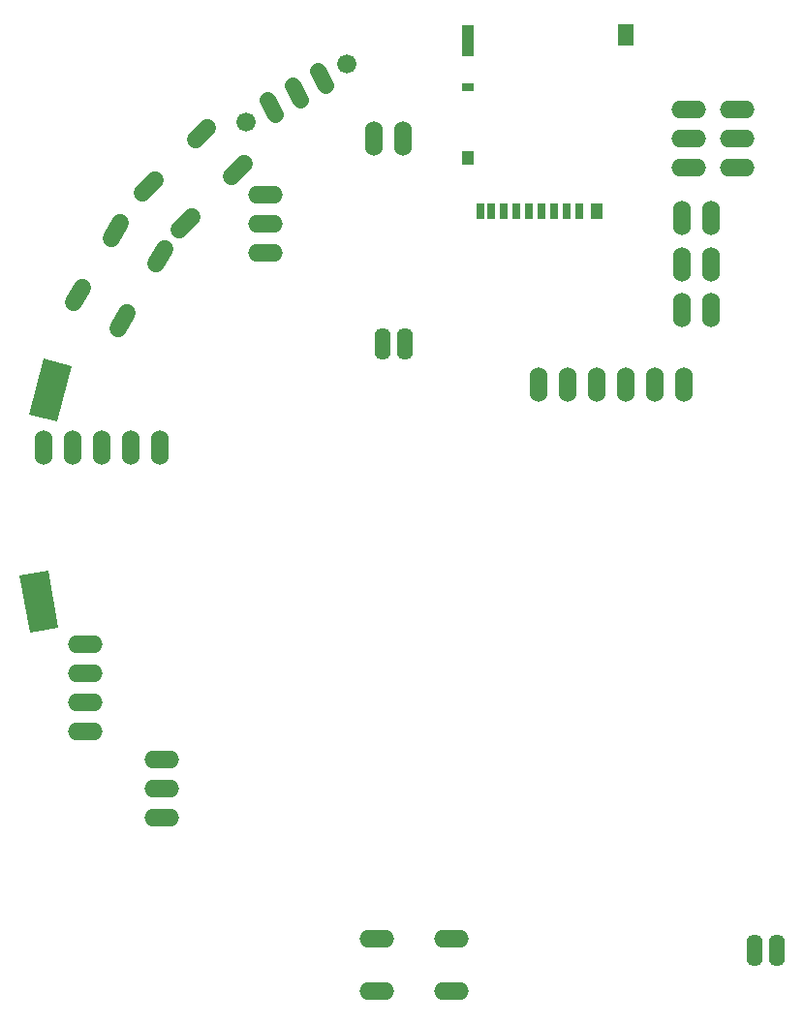
<source format=gbp>
G04 #@! TF.FileFunction,Paste,Bot*
%FSLAX46Y46*%
G04 Gerber Fmt 4.6, Leading zero omitted, Abs format (unit mm)*
G04 Created by KiCad (PCBNEW 4.0.1-stable) date 2017/06/17 11:06:07*
%MOMM*%
G01*
G04 APERTURE LIST*
%ADD10C,0.100000*%
%ADD11O,1.400000X2.800000*%
%ADD12C,1.422400*%
%ADD13C,1.676400*%
%ADD14O,1.524000X3.048000*%
%ADD15O,3.048000X1.524000*%
%ADD16C,1.524000*%
%ADD17R,0.647700X1.399540*%
%ADD18R,1.099820X0.797560*%
%ADD19R,1.099820X2.799080*%
%ADD20R,1.399540X1.899920*%
%ADD21R,0.998220X1.399540*%
%ADD22R,1.099820X1.198880*%
G04 APERTURE END LIST*
D10*
D11*
X148000000Y-140000000D03*
X146000000Y-140000000D03*
D10*
G36*
X82690361Y-112221945D02*
X81808228Y-107219121D01*
X84309639Y-106778055D01*
X85191772Y-111780879D01*
X82690361Y-112221945D01*
X82690361Y-112221945D01*
G37*
D12*
X104155895Y-66885917D02*
X103444695Y-65654083D01*
X106355600Y-65615917D02*
X105644400Y-64384083D01*
X108555305Y-64345917D02*
X107844105Y-63114083D01*
D13*
X101600591Y-67540000D03*
X110399409Y-62460000D03*
D14*
X94080000Y-96000000D03*
X91540000Y-96000000D03*
X89000000Y-96000000D03*
X86460000Y-96000000D03*
X83920000Y-96000000D03*
X139730000Y-76000000D03*
X142270000Y-76000000D03*
X142270000Y-80000000D03*
X139730000Y-80000000D03*
X142270000Y-84000000D03*
X139730000Y-84000000D03*
D15*
X103250000Y-73960000D03*
X103250000Y-76500000D03*
X103250000Y-79040000D03*
D14*
X112730000Y-69000000D03*
X115270000Y-69000000D03*
D15*
X94200000Y-123260000D03*
X94200000Y-125800000D03*
X94200000Y-128340000D03*
X87500000Y-113190000D03*
X87500000Y-115730000D03*
X87500000Y-118270000D03*
X87500000Y-120810000D03*
D14*
X127150000Y-90500000D03*
X129690000Y-90500000D03*
X132230000Y-90500000D03*
X134770000Y-90500000D03*
X137310000Y-90500000D03*
X139850000Y-90500000D03*
D16*
X92563754Y-73739275D02*
X93641384Y-72661645D01*
X97161645Y-69141384D02*
X98239275Y-68063754D01*
X95760725Y-76936246D02*
X96838355Y-75858616D01*
X100358616Y-72338355D02*
X101436246Y-71260725D01*
X86535663Y-83345233D02*
X87297663Y-82025411D01*
X89786863Y-77713989D02*
X90548863Y-76394167D01*
X90451137Y-85605833D02*
X91213137Y-84286011D01*
X93702337Y-79974589D02*
X94464337Y-78654767D01*
D15*
X119501200Y-143510600D03*
X112998800Y-143510600D03*
X119501200Y-138989400D03*
X112998800Y-138989400D03*
D17*
X130697860Y-75398240D03*
X129598040Y-75398240D03*
X128498220Y-75398240D03*
X127400940Y-75398240D03*
X126301120Y-75398240D03*
X125201300Y-75398240D03*
X124101480Y-75398240D03*
X123001660Y-75398240D03*
X122051700Y-75398240D03*
D18*
X120951880Y-64499100D03*
D19*
X120951880Y-60473200D03*
D20*
X134749160Y-59949960D03*
D21*
X132249800Y-75398240D03*
D22*
X120951880Y-70699240D03*
D10*
G36*
X82615874Y-93124751D02*
X83930675Y-88217848D01*
X86384126Y-88875249D01*
X85069325Y-93782152D01*
X82615874Y-93124751D01*
X82615874Y-93124751D01*
G37*
D15*
X140250000Y-66460000D03*
X140250000Y-69000000D03*
X140250000Y-71540000D03*
X144500000Y-66460000D03*
X144500000Y-69000000D03*
X144500000Y-71540000D03*
D11*
X115500000Y-87000000D03*
X113500000Y-87000000D03*
M02*

</source>
